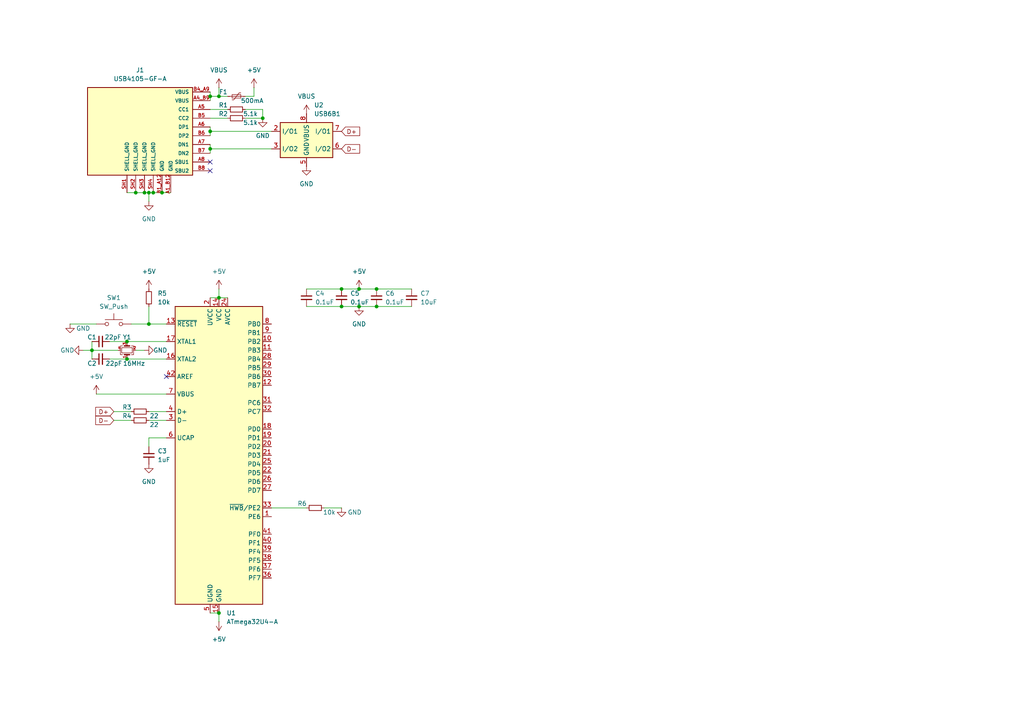
<source format=kicad_sch>
(kicad_sch (version 20231120) (generator "eeschema") (generator_version "8.0")
  (paper "A4")
  (lib_symbols
    (symbol "Device:C_Small" (pin_numbers hide) (pin_names (offset 0.254) hide)
      (property "Reference" "C" (at 0.254 1.778 0))
      (property "Value" "C_Small" (at 0.254 -2.032 0))
      (symbol "C_Small_0_1"
        (polyline (pts (xy -1.524 -0.508) (xy 1.524 -0.508)) (stroke (width 0.3302)))
        (polyline (pts (xy -1.524 0.508) (xy 1.524 0.508)) (stroke (width 0.3048)))
      )
      (symbol "C_Small_1_1"
        (pin passive line (at 0 2.54 270) (length 2.032) (name "~") (number "1"))
        (pin passive line (at 0 -2.54 90) (length 2.032) (name "~") (number "2"))
      )
    )
    (symbol "Device:Crystal_GND24_Small" (pin_names (offset 1.016) hide)
      (property "Reference" "Y" (at 1.27 4.445 0))
      (property "Value" "Crystal_GND24_Small" (at 1.27 2.54 0))
      (symbol "Crystal_GND24_Small_0_1"
        (rectangle (start -0.762 -1.524) (end 0.762 1.524))
        (polyline (pts (xy -1.27 -0.762) (xy -1.27 0.762)) (stroke (width 0.381)))
        (polyline (pts (xy 1.27 -0.762) (xy 1.27 0.762)) (stroke (width 0.381)))
        (polyline (pts (xy -1.27 -1.27) (xy -1.27 -1.905) (xy 1.27 -1.905) (xy 1.27 -1.27)))
        (polyline (pts (xy -1.27 1.27) (xy -1.27 1.905) (xy 1.27 1.905) (xy 1.27 1.27)))
      )
      (symbol "Crystal_GND24_Small_1_1"
        (pin passive line (at -2.54 0 0) (length 1.27) (name "1") (number "1"))
        (pin passive line (at 0 -2.54 90) (length 0.635) (name "2") (number "2"))
        (pin passive line (at 2.54 0 180) (length 1.27) (name "3") (number "3"))
        (pin passive line (at 0 2.54 270) (length 0.635) (name "4") (number "4"))
      )
    )
    (symbol "Device:Polyfuse_Small" (pin_numbers hide) (pin_names (offset 0))
      (property "Reference" "F" (at -1.905 0 90))
      (property "Value" "Polyfuse_Small" (at 1.905 0 90))
      (symbol "Polyfuse_Small_0_1"
        (rectangle (start -0.508 1.27) (end 0.508 -1.27))
        (polyline (pts (xy 0 2.54) (xy 0 -2.54)))
        (polyline (pts (xy -1.016 1.27) (xy -1.016 0.762) (xy 1.016 -0.762) (xy 1.016 -1.27)))
      )
      (symbol "Polyfuse_Small_1_1"
        (pin passive line (at 0 2.54 270) (length 0.635) (name "~") (number "1"))
        (pin passive line (at 0 -2.54 90) (length 0.635) (name "~") (number "2"))
      )
    )
    (symbol "Device:R_Small" (pin_numbers hide) (pin_names (offset 0.254) hide)
      (property "Reference" "R" (at 0.762 0.508 0))
      (property "Value" "R_Small" (at 0.762 -1.016 0))
      (symbol "R_Small_0_1"
        (rectangle (start -0.762 1.778) (end 0.762 -1.778) (stroke (width 0.2032)))
      )
      (symbol "R_Small_1_1"
        (pin passive line (at 0 2.54 270) (length 0.762) (name "~") (number "1"))
        (pin passive line (at 0 -2.54 90) (length 0.762) (name "~") (number "2"))
      )
    )
    (symbol "MCU_Microchip_ATmega:ATmega32U4-A"
      (property "Reference" "U" (at -12.7 44.45 0))
      (property "Value" "ATmega32U4-A" (at 2.54 -44.45 0))
      (symbol "ATmega32U4-A_0_1"
        (rectangle (start -12.7 -43.18) (end 12.7 43.18) (stroke (width 0.254)) (fill (type background)))
      )
      (symbol "ATmega32U4-A_1_1"
        (pin bidirectional line (at 15.24 -17.78 180) (length 2.54) (name "PE6") (number "1"))
        (pin bidirectional line (at 15.24 33.02 180) (length 2.54) (name "PB2") (number "10"))
        (pin bidirectional line (at 15.24 30.48 180) (length 2.54) (name "PB3") (number "11"))
        (pin bidirectional line (at 15.24 20.32 180) (length 2.54) (name "PB7") (number "12"))
        (pin input line (at -15.24 38.1 0) (length 2.54) (name "~{RESET}") (number "13"))
        (pin power_in line (at 0 45.72 270) (length 2.54) (name "VCC") (number "14"))
        (pin power_in line (at 0 -45.72 90) (length 2.54) (name "GND") (number "15"))
        (pin output line (at -15.24 27.94 0) (length 2.54) (name "XTAL2") (number "16"))
        (pin input line (at -15.24 33.02 0) (length 2.54) (name "XTAL1") (number "17"))
        (pin bidirectional line (at 15.24 7.62 180) (length 2.54) (name "PD0") (number "18"))
        (pin bidirectional line (at 15.24 5.08 180) (length 2.54) (name "PD1") (number "19"))
        (pin power_in line (at -2.54 45.72 270) (length 2.54) (name "UVCC") (number "2"))
        (pin bidirectional line (at 15.24 2.54 180) (length 2.54) (name "PD2") (number "20"))
        (pin bidirectional line (at 15.24 0 180) (length 2.54) (name "PD3") (number "21"))
        (pin bidirectional line (at 15.24 -5.08 180) (length 2.54) (name "PD5") (number "22"))
        (pin passive line (at 0 -45.72 90) (length 2.54) hide (name "GND") (number "23"))
        (pin power_in line (at 2.54 45.72 270) (length 2.54) (name "AVCC") (number "24"))
        (pin bidirectional line (at 15.24 -2.54 180) (length 2.54) (name "PD4") (number "25"))
        (pin bidirectional line (at 15.24 -7.62 180) (length 2.54) (name "PD6") (number "26"))
        (pin bidirectional line (at 15.24 -10.16 180) (length 2.54) (name "PD7") (number "27"))
        (pin bidirectional line (at 15.24 27.94 180) (length 2.54) (name "PB4") (number "28"))
        (pin bidirectional line (at 15.24 25.4 180) (length 2.54) (name "PB5") (number "29"))
        (pin bidirectional line (at -15.24 10.16 0) (length 2.54) (name "D-") (number "3"))
        (pin bidirectional line (at 15.24 22.86 180) (length 2.54) (name "PB6") (number "30"))
        (pin bidirectional line (at 15.24 15.24 180) (length 2.54) (name "PC6") (number "31"))
        (pin bidirectional line (at 15.24 12.7 180) (length 2.54) (name "PC7") (number "32"))
        (pin bidirectional line (at 15.24 -15.24 180) (length 2.54) (name "~{HWB}/PE2") (number "33"))
        (pin passive line (at 0 45.72 270) (length 2.54) hide (name "VCC") (number "34"))
        (pin passive line (at 0 -45.72 90) (length 2.54) hide (name "GND") (number "35"))
        (pin bidirectional line (at 15.24 -35.56 180) (length 2.54) (name "PF7") (number "36"))
        (pin bidirectional line (at 15.24 -33.02 180) (length 2.54) (name "PF6") (number "37"))
        (pin bidirectional line (at 15.24 -30.48 180) (length 2.54) (name "PF5") (number "38"))
        (pin bidirectional line (at 15.24 -27.94 180) (length 2.54) (name "PF4") (number "39"))
        (pin bidirectional line (at -15.24 12.7 0) (length 2.54) (name "D+") (number "4"))
        (pin bidirectional line (at 15.24 -25.4 180) (length 2.54) (name "PF1") (number "40"))
        (pin bidirectional line (at 15.24 -22.86 180) (length 2.54) (name "PF0") (number "41"))
        (pin passive line (at -15.24 22.86 0) (length 2.54) (name "AREF") (number "42"))
        (pin passive line (at 0 -45.72 90) (length 2.54) hide (name "GND") (number "43"))
        (pin passive line (at 2.54 45.72 270) (length 2.54) hide (name "AVCC") (number "44"))
        (pin passive line (at -2.54 -45.72 90) (length 2.54) (name "UGND") (number "5"))
        (pin passive line (at -15.24 5.08 0) (length 2.54) (name "UCAP") (number "6"))
        (pin input line (at -15.24 17.78 0) (length 2.54) (name "VBUS") (number "7"))
        (pin bidirectional line (at 15.24 38.1 180) (length 2.54) (name "PB0") (number "8"))
        (pin bidirectional line (at 15.24 35.56 180) (length 2.54) (name "PB1") (number "9"))
      )
    )
    (symbol "Power_Protection:USB6B1"
      (property "Reference" "U" (at 6.35 6.35 0))
      (property "Value" "USB6B1" (at 5.08 -6.35 0))
      (symbol "USB6B1_0_1"
        (rectangle (start -7.62 -5.08) (end 7.62 5.08) (stroke (width 0.254)) (fill (type background)))
      )
      (symbol "USB6B1_1_1"
        (pin passive line (at 0 7.62 270) (length 2.54) hide (name "VBUS") (number "1"))
        (pin passive line (at -10.16 2.54 0) (length 2.54) (name "I/O1") (number "2"))
        (pin passive line (at -10.16 -2.54 0) (length 2.54) (name "I/O2") (number "3"))
        (pin passive line (at 0 -7.62 90) (length 2.54) hide (name "GND") (number "4"))
        (pin passive line (at 0 -7.62 90) (length 2.54) (name "GND") (number "5"))
        (pin passive line (at 10.16 -2.54 180) (length 2.54) (name "I/O2") (number "6"))
        (pin passive line (at 10.16 2.54 180) (length 2.54) (name "I/O1") (number "7"))
        (pin passive line (at 0 7.62 270) (length 2.54) (name "VBUS") (number "8"))
      )
    )
    (symbol "Switch:SW_Push" (pin_numbers hide) (pin_names (offset 1.016) hide)
      (property "Reference" "SW" (at 1.27 2.54 0))
      (property "Value" "SW_Push" (at 0 -1.524 0))
      (symbol "SW_Push_0_1"
        (circle (center -2.032 0) (radius 0.508))
        (polyline (pts (xy 0 1.27) (xy 0 3.048)))
        (polyline (pts (xy 2.54 1.27) (xy -2.54 1.27)))
        (circle (center 2.032 0) (radius 0.508))
        (pin passive line (at -5.08 0 0) (length 2.54) (name "1") (number "1"))
        (pin passive line (at 5.08 0 180) (length 2.54) (name "2") (number "2"))
      )
    )
    (symbol "USB4105-GF-A:USB4105-GF-A" (pin_names (offset 1.016))
      (property "Reference" "J1" (at 0 17.78 0))
      (property "Value" "USB4105-GF-A" (at 0 15.24 0))
      (symbol "USB4105-GF-A_0_0"
        (rectangle (start -15.24 -12.7) (end 15.24 12.7) (stroke (width 0.254)) (fill (type background)))
        (pin power_in line (at 8.89 -17.78 90) (length 5.08) (name "GND") (number "A1_B12"))
        (pin power_in line (at 20.32 8.89 180) (length 5.08) (name "VBUS") (number "A4_B9"))
        (pin bidirectional line (at 20.32 6.35 180) (length 5.08) (name "CC1") (number "A5"))
        (pin bidirectional line (at 20.32 1.27 180) (length 5.08) (name "DP1") (number "A6"))
        (pin bidirectional line (at 20.32 -3.81 180) (length 5.08) (name "DN1") (number "A7"))
        (pin bidirectional line (at 20.32 -8.89 180) (length 5.08) (name "SBU1") (number "A8"))
        (pin power_in line (at 6.35 -17.78 90) (length 5.08) (name "GND") (number "B1_A12"))
        (pin power_in line (at 20.32 11.43 180) (length 5.08) (name "VBUS") (number "B4_A9"))
        (pin bidirectional line (at 20.32 3.81 180) (length 5.08) (name "CC2") (number "B5"))
        (pin bidirectional line (at 20.32 -1.27 180) (length 5.08) (name "DP2") (number "B6"))
        (pin bidirectional line (at 20.32 -6.35 180) (length 5.08) (name "DN2") (number "B7"))
        (pin bidirectional line (at 20.32 -11.43 180) (length 5.08) (name "SBU2") (number "B8"))
        (pin power_in line (at -3.81 -17.78 90) (length 5.08) (name "SHELL_GND") (number "SH1"))
        (pin power_in line (at -1.27 -17.78 90) (length 5.08) (name "SHELL_GND") (number "SH2"))
        (pin power_in line (at 1.27 -17.78 90) (length 5.08) (name "SHELL_GND") (number "SH3"))
        (pin power_in line (at 3.81 -17.78 90) (length 5.08) (name "SHELL_GND") (number "SH4"))
      )
    )
    (symbol "power:+5V" (power) (pin_numbers hide) (pin_names (offset 0) hide)
      (property "Value" "+5V" (at 0 3.556 0))
      (symbol "+5V_0_1"
        (polyline (pts (xy -0.762 1.27) (xy 0 2.54)))
        (polyline (pts (xy 0 0) (xy 0 2.54)))
        (polyline (pts (xy 0 2.54) (xy 0.762 1.27)))
      )
      (symbol "+5V_1_1"
        (pin power_in line (at 0 0 90) (length 0) (name "~") (number "1"))
      )
    )
    (symbol "power:GND" (power) (pin_numbers hide) (pin_names (offset 0) hide)
      (property "Value" "GND" (at 0 -3.81 0))
      (symbol "GND_0_1"
        (polyline (pts (xy 0 0) (xy 0 -1.27) (xy 1.27 -1.27) (xy 0 -2.54) (xy -1.27 -1.27) (xy 0 -1.27)))
      )
      (symbol "GND_1_1"
        (pin power_in line (at 0 0 270) (length 0) (name "~") (number "1"))
      )
    )
    (symbol "power:VBUS" (power) (pin_numbers hide) (pin_names (offset 0) hide)
      (property "Value" "VBUS" (at 0 3.556 0))
      (symbol "VBUS_0_1"
        (polyline (pts (xy -0.762 1.27) (xy 0 2.54)))
        (polyline (pts (xy 0 0) (xy 0 2.54)))
        (polyline (pts (xy 0 2.54) (xy 0.762 1.27)))
      )
      (symbol "VBUS_1_1"
        (pin power_in line (at 0 0 90) (length 0) (name "~") (number "1"))
      )
    )
  )
  (junction (at 104.14 83.82))
  (junction (at 63.5 86.36))
  (junction (at 44.45 55.88))
  (junction (at 76.2 34.29))
  (junction (at 39.37 55.88))
  (junction (at 43.18 55.88))
  (junction (at 99.06 83.82))
  (junction (at 36.83 99.06))
  (junction (at 60.96 38.1))
  (junction (at 63.5 27.94))
  (junction (at 46.99 55.88))
  (junction (at 60.96 43.18))
  (junction (at 109.22 83.82))
  (junction (at 109.22 88.9))
  (junction (at 60.96 27.94))
  (junction (at 99.06 88.9))
  (junction (at 104.14 88.9))
  (junction (at 26.67 101.6))
  (junction (at 43.18 93.98))
  (junction (at 36.83 104.14))
  (junction (at 63.5 177.8))
  (junction (at 41.91 55.88))
  (no_connect (at 48.26 109.22))
  (no_connect (at 60.96 49.53))
  (no_connect (at 60.96 46.99))
  (wire (pts (xy 60.96 43.18) (xy 78.74 43.18)))
  (wire (pts (xy 60.96 38.1) (xy 78.74 38.1)))
  (wire (pts (xy 104.14 83.82) (xy 109.22 83.82)))
  (wire (pts (xy 60.96 43.18) (xy 60.96 44.45)))
  (wire (pts (xy 38.1 93.98) (xy 43.18 93.98)))
  (wire (pts (xy 26.67 99.06) (xy 26.67 101.6)))
  (wire (pts (xy 99.06 88.9) (xy 104.14 88.9)))
  (wire (pts (xy 33.02 119.38) (xy 38.1 119.38)))
  (wire (pts (xy 46.99 55.88) (xy 49.53 55.88)))
  (wire (pts (xy 33.02 121.92) (xy 38.1 121.92)))
  (wire (pts (xy 78.74 147.32) (xy 88.9 147.32)))
  (wire (pts (xy 31.75 104.14) (xy 36.83 104.14)))
  (wire (pts (xy 60.96 41.91) (xy 60.96 43.18)))
  (wire (pts (xy 20.32 93.98) (xy 27.94 93.98)))
  (wire (pts (xy 73.66 27.94) (xy 71.12 27.94)))
  (wire (pts (xy 63.5 177.8) (xy 63.5 180.34)))
  (wire (pts (xy 43.18 93.98) (xy 48.26 93.98)))
  (wire (pts (xy 27.94 114.3) (xy 48.26 114.3)))
  (wire (pts (xy 88.9 88.9) (xy 99.06 88.9)))
  (wire (pts (xy 76.2 31.75) (xy 76.2 34.29)))
  (wire (pts (xy 60.96 36.83) (xy 60.96 38.1)))
  (wire (pts (xy 71.12 34.29) (xy 76.2 34.29)))
  (wire (pts (xy 63.5 25.4) (xy 63.5 27.94)))
  (wire (pts (xy 43.18 127) (xy 48.26 127)))
  (wire (pts (xy 109.22 88.9) (xy 119.38 88.9)))
  (wire (pts (xy 43.18 119.38) (xy 48.26 119.38)))
  (wire (pts (xy 60.96 26.67) (xy 60.96 27.94)))
  (wire (pts (xy 36.83 99.06) (xy 48.26 99.06)))
  (wire (pts (xy 60.96 86.36) (xy 63.5 86.36)))
  (wire (pts (xy 43.18 88.9) (xy 43.18 93.98)))
  (wire (pts (xy 26.67 101.6) (xy 34.29 101.6)))
  (wire (pts (xy 43.18 55.88) (xy 44.45 55.88)))
  (wire (pts (xy 71.12 31.75) (xy 76.2 31.75)))
  (wire (pts (xy 31.75 99.06) (xy 36.83 99.06)))
  (wire (pts (xy 109.22 83.82) (xy 119.38 83.82)))
  (wire (pts (xy 39.37 55.88) (xy 41.91 55.88)))
  (wire (pts (xy 44.45 55.88) (xy 46.99 55.88)))
  (wire (pts (xy 36.83 104.14) (xy 48.26 104.14)))
  (wire (pts (xy 93.98 147.32) (xy 99.06 147.32)))
  (wire (pts (xy 104.14 88.9) (xy 109.22 88.9)))
  (wire (pts (xy 39.37 101.6) (xy 41.91 101.6)))
  (wire (pts (xy 88.9 83.82) (xy 99.06 83.82)))
  (wire (pts (xy 24.13 101.6) (xy 26.67 101.6)))
  (wire (pts (xy 60.96 27.94) (xy 63.5 27.94)))
  (wire (pts (xy 63.5 86.36) (xy 66.04 86.36)))
  (wire (pts (xy 36.83 55.88) (xy 39.37 55.88)))
  (wire (pts (xy 60.96 38.1) (xy 60.96 39.37)))
  (wire (pts (xy 43.18 129.54) (xy 43.18 127)))
  (wire (pts (xy 73.66 25.4) (xy 73.66 27.94)))
  (wire (pts (xy 99.06 83.82) (xy 104.14 83.82)))
  (wire (pts (xy 60.96 27.94) (xy 60.96 29.21)))
  (wire (pts (xy 26.67 101.6) (xy 26.67 104.14)))
  (wire (pts (xy 60.96 177.8) (xy 63.5 177.8)))
  (wire (pts (xy 63.5 27.94) (xy 66.04 27.94)))
  (wire (pts (xy 63.5 83.82) (xy 63.5 86.36)))
  (wire (pts (xy 41.91 55.88) (xy 43.18 55.88)))
  (wire (pts (xy 60.96 31.75) (xy 66.04 31.75)))
  (wire (pts (xy 43.18 55.88) (xy 43.18 58.42)))
  (wire (pts (xy 43.18 121.92) (xy 48.26 121.92)))
  (wire (pts (xy 60.96 34.29) (xy 66.04 34.29)))
  (global_label "D+" (shape input) (at 33.02 119.38 180) (property "Intersheetrefs" "${INTERSHEET_REFS}" (effects (hide yes))))
  (global_label "D+" (shape input) (at 99.06 38.1 0) (property "Intersheetrefs" "${INTERSHEET_REFS}" (effects (hide yes))))
  (global_label "D-" (shape input) (at 33.02 121.92 180) (property "Intersheetrefs" "${INTERSHEET_REFS}" (effects (hide yes))))
  (global_label "D-" (shape input) (at 99.06 43.18 0) (property "Intersheetrefs" "${INTERSHEET_REFS}" (effects (hide yes))))
  (symbol (lib_id "power:+5V") (at 63.5 83.82 0) (unit 1)
    (property "Reference" "#PWR08" (effects (hide yes)))
    (property "Value" "+5V" (at 63.5 78.74 0))
    (property "Description" "Power symbol creates a global label with name \"+5V\"" (effects (hide yes)))
  )
  (symbol (lib_id "power:GND") (at 41.91 101.6 90) (unit 1)
    (property "Reference" "#PWR010" (effects (hide yes)))
    (property "Value" "GND" (at 44.45 101.6 90) (effects (justify right)))
    (property "Description" "Power symbol creates a global label with name \"GND\" , ground" (effects (hide yes)))
  )
  (symbol (lib_id "Device:C_Small") (at 29.21 104.14 90) (unit 1)
    (property "Reference" "C2" (at 26.67 105.41 90))
    (property "Value" "22pF" (at 33.02 105.41 90))
    (property "Description" "Unpolarized capacitor, small symbol" (effects (hide yes)))
  )
  (symbol (lib_id "Device:R_Small") (at 68.58 34.29 90) (mirror x) (unit 1)
    (property "Reference" "R2" (at 64.77 33.02 90))
    (property "Value" "5.1k" (at 72.644 35.56 90))
    (property "Description" "Resistor, small symbol" (effects (hide yes)))
  )
  (symbol (lib_id "Device:C_Small") (at 29.21 99.06 90) (unit 1)
    (property "Reference" "C1" (at 26.67 97.79 90))
    (property "Value" "22pF" (at 32.766 97.79 90))
    (property "Description" "Unpolarized capacitor, small symbol" (effects (hide yes)))
  )
  (symbol (lib_id "Device:R_Small") (at 91.44 147.32 90) (mirror x) (unit 1)
    (property "Reference" "R6" (at 87.63 146.05 90))
    (property "Value" "10k" (at 95.504 148.59 90))
    (property "Description" "Resistor, small symbol" (effects (hide yes)))
  )
  (symbol (lib_id "Device:R_Small") (at 68.58 31.75 90) (unit 1)
    (property "Reference" "R1" (at 64.77 30.48 90))
    (property "Value" "5.1k" (at 72.644 33.02 90))
    (property "Description" "Resistor, small symbol" (effects (hide yes)))
  )
  (symbol (lib_id "USB4105-GF-A:USB4105-GF-A") (at 40.64 38.1 0) (unit 1)
    (property "Reference" "J1" (at 40.64 20.32 0))
    (property "Value" "USB4105-GF-A" (at 40.64 22.86 0))
    (property "Footprint" "USB4105-GF-A:GCT_USB4105-GF-A" (effects (hide yes)))
    (property "MF" "GCT" (effects (hide yes)))
    (property "MAXIMUM_PACKAGE_HEIGHT" "3.31mm" (effects (hide yes)))
    (property "Package" "None" (effects (hide yes)))
    (property "Price" "None" (effects (hide yes)))
    (property "Check_prices" "https://www.snapeda.com/parts/USB4105-GF-A/Global+Connector+Technology/view-part/?ref=eda" (effects (hide yes)))
    (property "STANDARD" "Manufacturer Recommendations" (effects (hide yes)))
    (property "PARTREV" "B3" (effects (hide yes)))
    (property "SnapEDA_Link" "https://www.snapeda.com/parts/USB4105-GF-A/Global+Connector+Technology/view-part/?ref=snap" (effects (hide yes)))
    (property "MP" "USB4105-GF-A" (effects (hide yes)))
    (property "Description_1" "\nUSB-C (USB TYPE-C) USB 2.0 Receptacle Connector 24 (16+8 Dummy) Position Surface Mount, Right Angle; Through Hole\n" (effects (hide yes)))
    (property "Availability" "In Stock" (effects (hide yes)))
    (property "MANUFACTURER" "Global Connector Technology" (effects (hide yes)))
  )
  (symbol (lib_id "Device:C_Small") (at 119.38 86.36 0) (unit 1)
    (property "Reference" "C7" (at 121.92 85.0962 0) (effects (justify left)))
    (property "Value" "10uF" (at 121.92 87.6362 0) (effects (justify left)))
    (property "Description" "Unpolarized capacitor, small symbol" (effects (hide yes)))
  )
  (symbol (lib_id "MCU_Microchip_ATmega:ATmega32U4-A") (at 63.5 132.08 0) (unit 1)
    (property "Reference" "U1" (at 65.6941 177.8 0) (effects (justify left)))
    (property "Value" "ATmega32U4-A" (at 65.6941 180.34 0) (effects (justify left)))
    (property "Footprint" "Package_QFP:TQFP-44_10x10mm_P0.8mm" (effects (hide yes)))
    (property "Datasheet" "http://ww1.microchip.com/downloads/en/DeviceDoc/Atmel-7766-8-bit-AVR-ATmega16U4-32U4_Datasheet.pdf" (effects (hide yes)))
    (property "Description" "16MHz, 32kB Flash, 2.5kB SRAM, 1kB EEPROM, USB 2.0, TQFP-44" (effects (hide yes)))
  )
  (symbol (lib_id "power:+5V") (at 27.94 114.3 0) (unit 1)
    (property "Reference" "#PWR06" (effects (hide yes)))
    (property "Value" "+5V" (at 27.94 109.22 0))
    (property "Description" "Power symbol creates a global label with name \"+5V\"" (effects (hide yes)))
  )
  (symbol (lib_id "power:GND") (at 76.2 34.29 0) (unit 1)
    (property "Reference" "#PWR02" (effects (hide yes)))
    (property "Value" "GND" (at 76.2 39.37 0))
    (property "Description" "Power symbol creates a global label with name \"GND\" , ground" (effects (hide yes)))
  )
  (symbol (lib_id "Device:C_Small") (at 43.18 132.08 0) (unit 1)
    (property "Reference" "C3" (at 45.72 130.8162 0) (effects (justify left)))
    (property "Value" "1uF" (at 45.72 133.3562 0) (effects (justify left)))
    (property "Description" "Unpolarized capacitor, small symbol" (effects (hide yes)))
  )
  (symbol (lib_id "power:+5V") (at 73.66 25.4 0) (unit 1)
    (property "Reference" "#PWR04" (effects (hide yes)))
    (property "Value" "+5V" (at 73.66 20.32 0))
    (property "Description" "Power symbol creates a global label with name \"+5V\"" (effects (hide yes)))
  )
  (symbol (lib_id "Device:R_Small") (at 40.64 119.38 90) (unit 1)
    (property "Reference" "R3" (at 36.83 118.11 90))
    (property "Value" "22" (at 44.704 120.65 90))
    (property "Description" "Resistor, small symbol" (effects (hide yes)))
  )
  (symbol (lib_id "power:GND") (at 43.18 58.42 0) (unit 1)
    (property "Reference" "#PWR01" (effects (hide yes)))
    (property "Value" "GND" (at 43.18 63.5 0))
    (property "Description" "Power symbol creates a global label with name \"GND\" , ground" (effects (hide yes)))
  )
  (symbol (lib_id "power:GND") (at 43.18 134.62 0) (unit 1)
    (property "Reference" "#PWR014" (effects (hide yes)))
    (property "Value" "GND" (at 43.18 139.7 0))
    (property "Description" "Power symbol creates a global label with name \"GND\" , ground" (effects (hide yes)))
  )
  (symbol (lib_id "Device:C_Small") (at 99.06 86.36 0) (unit 1)
    (property "Reference" "C5" (at 101.6 85.0962 0) (effects (justify left)))
    (property "Value" "0.1uF" (at 101.6 87.6362 0) (effects (justify left)))
    (property "Description" "Unpolarized capacitor, small symbol" (effects (hide yes)))
  )
  (symbol (lib_id "Device:C_Small") (at 88.9 86.36 0) (unit 1)
    (property "Reference" "C4" (at 91.44 85.0962 0) (effects (justify left)))
    (property "Value" "0.1uF" (at 91.44 87.6362 0) (effects (justify left)))
    (property "Description" "Unpolarized capacitor, small symbol" (effects (hide yes)))
  )
  (symbol (lib_id "Device:R_Small") (at 40.64 121.92 90) (mirror x) (unit 1)
    (property "Reference" "R4" (at 36.83 120.65 90))
    (property "Value" "22" (at 44.704 123.19 90))
    (property "Description" "Resistor, small symbol" (effects (hide yes)))
  )
  (symbol (lib_id "power:+5V") (at 104.14 83.82 0) (unit 1)
    (property "Reference" "#PWR015" (effects (hide yes)))
    (property "Value" "+5V" (at 104.14 78.74 0))
    (property "Description" "Power symbol creates a global label with name \"+5V\"" (effects (hide yes)))
  )
  (symbol (lib_id "Device:Polyfuse_Small") (at 68.58 27.94 90) (unit 1)
    (property "Reference" "F1" (at 64.77 26.67 90))
    (property "Value" "500mA" (at 73.152 29.21 90))
    (property "Description" "Resettable fuse, polymeric positive temperature coefficient, small symbol" (effects (hide yes)))
  )
  (symbol (lib_id "power:+5V") (at 43.18 83.82 0) (unit 1)
    (property "Reference" "#PWR012" (effects (hide yes)))
    (property "Value" "+5V" (at 43.18 78.74 0))
    (property "Description" "Power symbol creates a global label with name \"+5V\"" (effects (hide yes)))
  )
  (symbol (lib_id "power:GND") (at 88.9 48.26 0) (unit 1)
    (property "Reference" "#PWR05" (effects (hide yes)))
    (property "Value" "GND" (at 88.9 53.34 0))
    (property "Description" "Power symbol creates a global label with name \"GND\" , ground" (effects (hide yes)))
  )
  (symbol (lib_id "Device:C_Small") (at 109.22 86.36 0) (unit 1)
    (property "Reference" "C6" (at 111.76 85.0962 0) (effects (justify left)))
    (property "Value" "0.1uF" (at 111.76 87.6362 0) (effects (justify left)))
    (property "Description" "Unpolarized capacitor, small symbol" (effects (hide yes)))
  )
  (symbol (lib_id "Power_Protection:USB6B1") (at 88.9 40.64 0) (unit 1)
    (property "Reference" "U2" (at 91.0941 30.48 0) (effects (justify left)))
    (property "Value" "USB6B1" (at 91.0941 33.02 0) (effects (justify left)))
    (property "Footprint" "Package_SO:SOIC-8_3.9x4.9mm_P1.27mm" (effects (hide yes)))
    (property "Datasheet" "http://www.st.com/content/ccc/resource/technical/document/datasheet/3e/ec/b2/54/b2/76/47/90/CD00001361.pdf/files/CD00001361.pdf/jcr:content/translations/en.CD00001361.pdf" (effects (hide yes)))
    (property "Description" "5V Data line protection" (effects (hide yes)))
  )
  (symbol (lib_id "power:VBUS") (at 88.9 33.02 0) (unit 1)
    (property "Reference" "#PWR03" (effects (hide yes)))
    (property "Value" "VBUS" (at 88.9 27.94 0))
    (property "Description" "Power symbol creates a global label with name \"VBUS\"" (effects (hide yes)))
  )
  (symbol (lib_id "power:VBUS") (at 63.5 25.4 0) (unit 1)
    (property "Reference" "#PWR07" (effects (hide yes)))
    (property "Value" "VBUS" (at 63.5 20.32 0))
    (property "Description" "Power symbol creates a global label with name \"VBUS\"" (effects (hide yes)))
  )
  (symbol (lib_id "Device:R_Small") (at 43.18 86.36 0) (unit 1)
    (property "Reference" "R5" (at 45.72 85.0899 0) (effects (justify left)))
    (property "Value" "10k" (at 45.72 87.6299 0) (effects (justify left)))
    (property "Description" "Resistor, small symbol" (effects (hide yes)))
  )
  (symbol (lib_id "power:GND") (at 104.14 88.9 0) (unit 1)
    (property "Reference" "#PWR016" (effects (hide yes)))
    (property "Value" "GND" (at 104.14 93.98 0))
    (property "Description" "Power symbol creates a global label with name \"GND\" , ground" (effects (hide yes)))
  )
  (symbol (lib_id "power:GND") (at 20.32 93.98 0) (unit 1)
    (property "Reference" "#PWR013" (effects (hide yes)))
    (property "Value" "GND" (at 24.13 95.25 0))
    (property "Description" "Power symbol creates a global label with name \"GND\" , ground" (effects (hide yes)))
  )
  (symbol (lib_id "Device:Crystal_GND24_Small") (at 36.83 101.6 90) (unit 1)
    (property "Reference" "Y1" (at 36.83 97.79 90))
    (property "Value" "16MHz" (at 38.862 105.41 90))
    (property "Description" "Four pin crystal, GND on pins 2 and 4, small symbol" (effects (hide yes)))
  )
  (symbol (lib_id "Switch:SW_Push") (at 33.02 93.98 0) (unit 1)
    (property "Reference" "SW1" (at 33.02 86.36 0))
    (property "Value" "SW_Push" (at 33.02 88.9 0))
    (property "Description" "Push button switch, generic, two pins" (effects (hide yes)))
  )
  (symbol (lib_id "power:GND") (at 99.06 147.32 0) (unit 1)
    (property "Reference" "#PWR017" (effects (hide yes)))
    (property "Value" "GND" (at 102.87 148.59 0))
    (property "Description" "Power symbol creates a global label with name \"GND\" , ground" (effects (hide yes)))
  )
  (symbol (lib_id "power:+5V") (at 63.5 180.34 180) (unit 1)
    (property "Reference" "#PWR09" (effects (hide yes)))
    (property "Value" "+5V" (at 63.5 185.42 0))
    (property "Description" "Power symbol creates a global label with name \"+5V\"" (effects (hide yes)))
  )
  (symbol (lib_id "power:GND") (at 24.13 101.6 270) (unit 1)
    (property "Reference" "#PWR011" (effects (hide yes)))
    (property "Value" "GND" (at 21.59 101.6 90) (effects (justify right)))
    (property "Description" "Power symbol creates a global label with name \"GND\" , ground" (effects (hide yes)))
  )
)
</source>
